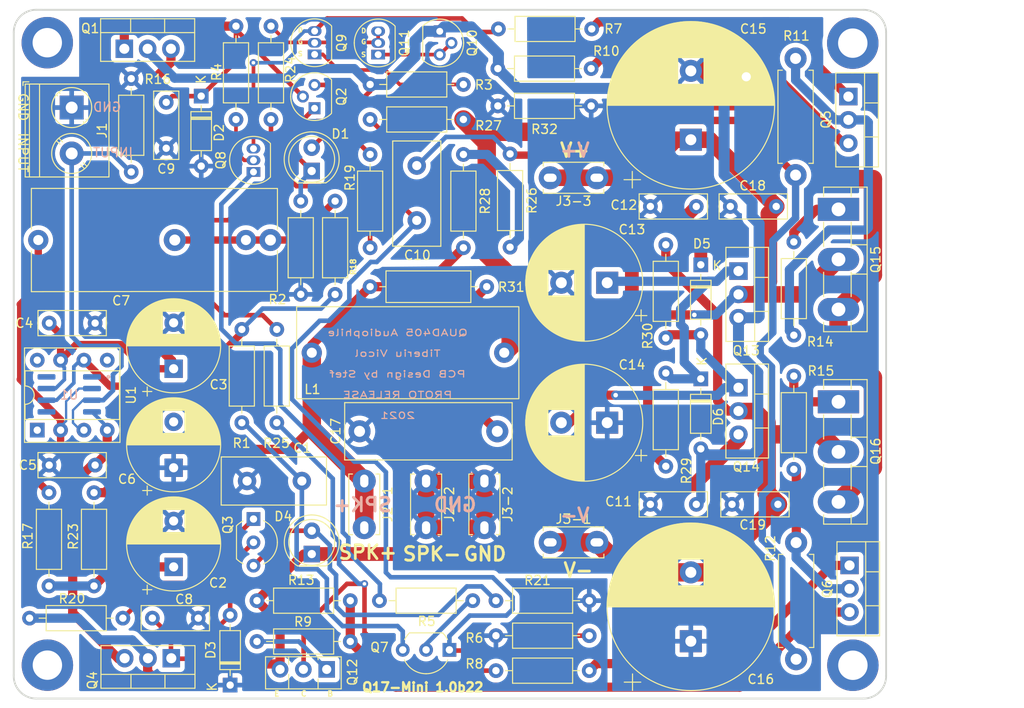
<source format=kicad_pcb>
(kicad_pcb (version 20211014) (generator pcbnew)
  (title_block (title "Q17-Mini the Quad405 reborn") (date "2021-11-17") (rev "1.0b22") (company "PCB design by Stef") (comment 1 "Zize 95 x 75 mm") (comment 2 "NO YET FINISHED - DO NOT PRINT"))
  (layers (0 "F.Cu" signal) (31 "B.Cu" signal) (34 "B.Paste" user) (35 "F.Paste" user) (36 "B.SilkS" user "B.Silkscreen") (37 "F.SilkS" user "F.Silkscreen") (38 "B.Mask" user) (39 "F.Mask" user) (44 "Edge.Cuts" user))
  (net 0 "")
  (net 1 "GND")
  (net 2 "Net-(C1-Pad1)")
  (net 3 "Net-(C2-Pad1)")
  (net 4 "Net-(C3-Pad1)")
  (net 5 "Net-(C5-Pad2)")
  (net 6 "Net-(C7-Pad1)")
  (net 7 "Net-(C7-Pad2)")
  (net 8 "Net-(C8-Pad2)")
  (net 9 "Net-(C9-Pad2)")
  (net 10 "Net-(C10-Pad2)")
  (net 11 "Net-(C10-Pad1)")
  (net 12 "Net-(C11-Pad2)")
  (net 13 "GNDPWR")
  (net 14 "Net-(C12-Pad2)")
  (net 15 "Net-(C13-Pad1)")
  (net 16 "Net-(C14-Pad2)")
  (net 17 "Net-(C15-Pad1)")
  (net 18 "Net-(C16-Pad2)")
  (net 19 "Net-(C17-Pad1)")
  (net 20 "Net-(D1-Pad1)")
  (net 21 "Net-(D4-Pad2)")
  (net 22 "Net-(L1-Pad2)")
  (net 23 "Net-(J2-Pad1)")
  (net 24 "Net-(Q2-Pad1)")
  (net 25 "Net-(Q3-Pad1)")
  (net 26 "Net-(Q8-Pad2)")
  (net 27 "Net-(Q5-Pad3)")
  (net 28 "Net-(Q5-Pad2)")
  (net 29 "Net-(Q5-Pad1)")
  (net 30 "Net-(Q6-Pad3)")
  (net 31 "Net-(Q6-Pad2)")
  (net 32 "Net-(Q6-Pad1)")
  (net 33 "Net-(Q15-Pad1)")
  (net 34 "Net-(Q16-Pad1)")
  (net 35 "Net-(R1-Pad1)")
  (net 36 "Net-(J1-Pad2)")
  (net 37 "Net-(R24-Pad2)")
  (net 38 "Net-(R26-Pad2)")
  (net 39 "Net-(Q8-Pad1)")
  (net 40 "Net-(Q7-Pad2)")
  (net 41 "Net-(Q10-Pad2)")
  (net 42 "Net-(Q9-Pad1)")
  (net 43 "Net-(Q8-Pad3)")
  (net 44 "Net-(Q11-Pad2)")
  (net 45 "Net-(R9-Pad1)")
  (net 46 "Net-(R25-Pad2)")
  (footprint "Package_TO_SOT_THT:TO-220-3_Vertical" (layer "F.Cu") (at 178.73 83.51722 -90)
    (fp_text reference "Q13")
    (fp_text value "FQP3N30")
  )
  (footprint "Connector_Faston:Faston_connector" (layer "F.Cu") (at 158.2296 113.05742 180)
    (fp_text reference "Faston Connector")
    (fp_text value "J3-1")
  )
  (footprint "Resistor_THT:R_Axial_DIN0207_L6.3mm_D2.5mm_P10.16mm_Horizontal" (layer "F.Cu") (at 138.616041 70.81722 -90)
    (fp_text reference "R19")
    (fp_text value "330")
  )
  (footprint "LED_THT:LED_D5.0mm_Clear" (layer "F.Cu") (at 132.266041 114.33242 90)
    (fp_text reference "D4")
    (fp_text value "RED 2V")
  )
  (footprint "Capacitor_THT:CP_Radial_D18.0mm_P7.50mm" (layer "F.Cu") (at 173.541041 123.825 90)
    (fp_text reference "C16")
    (fp_text value "2200uF/63V")
  )
  (footprint "Resistor_THT:R_Axial_DIN0207_L6.3mm_D2.5mm_P10.16mm_Horizontal" (layer "F.Cu") (at 152.527 65.532)
    (fp_text reference "R32")
    (fp_text value "10")
  )
  (footprint "Resistor_THT:R_Axial_DIN0411_L9.9mm_D3.6mm_P12.70mm_Horizontal" (layer "F.Cu") (at 185.006184 125.784919 90)
    (fp_text reference "R12")
    (fp_text value "47R/1W")
  )
  (footprint "Package_TO_SOT_THT:TO-220-3_Vertical" (layer "F.Cu") (at 178.73 96.21722 -90)
    (fp_text reference "Q14")
    (fp_text value "IRF9610")
  )
  (footprint "Capacitor_THT:C_Rect_L7.2mm_W2.5mm_P5.00mm_FKS2_FKP2_MKS2_MKP2" (layer "F.Cu") (at 169.136041 76.48142)
    (fp_text reference "C12")
    (fp_text value "100nF")
  )
  (footprint "Resistor_THT:R_Axial_DIN0207_L6.3mm_D2.5mm_P10.16mm_Horizontal" (layer "F.Cu") (at 162.478769 123.218069 180)
    (fp_text reference "R6")
    (fp_text value "100/0.5W")
  )
  (footprint "MountingHole:MountingHole_3.2mm_M3_DIN965_Pad_TopBottom" (layer "F.Cu") (at 191.18882 126.440889)
    (fp_text reference "H1")
    (fp_text value "MountingHole_3.2mm_M3_DIN965_Pad_TopBottom")
  )
  (footprint "Resistor_THT:R_Axial_DIN0207_L6.3mm_D2.5mm_P10.16mm_Horizontal" (layer "F.Cu") (at 108.552144 117.80722 90)
    (fp_text reference "R23")
    (fp_text value "10K")
  )
  (footprint "Resistor_THT:R_Axial_DIN0207_L6.3mm_D2.5mm_P10.16mm_Horizontal" (layer "F.Cu") (at 152.318769 119.408069)
    (fp_text reference "R21")
    (fp_text value "5k6/1W")
  )
  (footprint "Resistor_THT:R_Axial_DIN0207_L6.3mm_D2.5mm_P10.16mm_Horizontal" (layer "F.Cu") (at 152.318769 127.028069)
    (fp_text reference "R8")
    (fp_text value "120R")
  )
  (footprint "Resistor_THT:R_Axial_DIN0207_L6.3mm_D2.5mm_P10.16mm_Horizontal" (layer "F.Cu") (at 139.632041 119.40742)
    (fp_text reference "R5")
    (fp_text value "10")
  )
  (footprint "Capacitor_THT:C_Rect_L7.2mm_W2.5mm_P5.00mm_FKS2_FKP2_MKS2_MKP2" (layer "F.Cu") (at 169.136041 108.91722)
    (fp_text reference "C11")
    (fp_text value "100nF")
  )
  (footprint "Capacitor_THT:CP_Radial_D10.0mm_P5.00mm" (layer "F.Cu") (at 117.221 104.934897 90)
    (fp_text reference "C6")
    (fp_text value "100uF/16V")
  )
  (footprint "Diode_THT:D_DO-35_SOD27_P7.62mm_Horizontal" (layer "F.Cu") (at 120.225041 64.46722 -90)
    (fp_text reference "D2")
    (fp_text value "1N5248B")
  )
  (footprint "LED_THT:LED_D5.0mm_Clear" (layer "F.Cu") (at 132.2539 72.619806 90)
    (fp_text reference "D1")
    (fp_text value "RED 2V")
  )
  (footprint "Capacitor_THT:C_Rect_L18.0mm_W6.0mm_P15.00mm_FKS3_FKP3" (layer "F.Cu") (at 152.466041 100.965 180)
    (fp_text reference "C17")
    (fp_text value "100nF")
  )
  (footprint "Silver_Mica:C_Mica_L11.4mm_W4.3mm_H9.1_P5.9mm" (layer "F.Cu") (at 131.128153 106.37722 180)
    (fp_text reference "C1")
    (fp_text value "470p")
  )
  (footprint "Diode_THT:D_DO-35_SOD27_P7.62mm_Horizontal" (layer "F.Cu") (at 123.376041 128.60222 90)
    (fp_text reference "D3")
    (fp_text value "1N5248B")
  )
  (footprint "Resistor_THT:R_Axial_DIN0207_L6.3mm_D2.5mm_P10.16mm_Horizontal" (layer "F.Cu") (at 131.063469 75.892706 -90)
    (fp_text reference "R2")
    (fp_text value "5k6/1W")
  )
  (footprint "MountingHole:MountingHole_3.2mm_M3_DIN965_Pad_TopBottom" (layer "F.Cu") (at 103.463294 58.647028 180)
    (fp_text reference "H1")
    (fp_text value "MountingHole")
  )
  (footprint "Capacitor_THT:CP_Radial_D12.5mm_P5.00mm" (layer "F.Cu") (at 164.435 100.02722 180)
    (fp_text reference "C14")
    (fp_text value "220uF/63V")
  )
  (footprint "Diode_THT:D_DO-35_SOD27_P7.62mm_Horizontal" (layer "F.Cu") (at 174.625 95.25 -90)
    (fp_text reference "D6")
    (fp_text value "1N5245B")
  )
  (footprint "Capacitor_THT:CP_Radial_D10.0mm_P5.00mm" (layer "F.Cu") (at 117.221 94.150616 90)
    (fp_text reference "C3")
    (fp_text value "100uF/25V")
  )
  (footprint "Connector_Faston:Faston_connector" (layer "F.Cu") (at 151.062041 106.37722 90)
    (fp_text reference "Faston Connector")
    (fp_text value "J3-2")
  )
  (footprint "Connector_Faston:Faston_connector" (layer "F.Cu") (at 137.981041 111.45722 -90)
    (fp_text reference "Faston Connector")
    (fp_text value "J2-1")
  )
  (footprint "Resistor_THT:R_Axial_DIN0207_L6.3mm_D2.5mm_P10.16mm_Horizontal" (layer "F.Cu") (at 170.815 90.805 90)
    (fp_text reference "R30")
    (fp_text value "10")
  )
  (footprint "Package_TO_SOT_THT:TO-220-3_Vertical" (layer "F.Cu") (at 116.967 125.674 180)
    (fp_text reference "Q4")
    (fp_text value "FQP3P20")
  )
  (footprint "Package_TO_SOT_THT:TO-92_Inline" (layer "F.Cu") (at 132.5756 59.923862 90)
    (fp_text reference "Q9")
    (fp_text value "BS250P")
  )
  (footprint "Resistor_THT:R_Axial_DIN0207_L6.3mm_D2.5mm_P10.16mm_Horizontal" (layer "F.Cu") (at 138.616041 67.00722)
    (fp_text reference "R27")
    (fp_text value "560/1W")
  )
  (footprint "Package_TO_SOT_THT:TO-92_Inline_Wide" (layer "F.Cu") (at 147.252041 124.76242 180)
    (fp_text reference "Q7")
    (fp_text value "KSC1845")
  )
  (footprint "Resistor_THT:R_Axial_DIN0207_L6.3mm_D2.5mm_P10.16mm_Horizontal" (layer "F.Cu") (at 134.806041 75.89722 -90)
    (fp_text reference "R18")
    (fp_text value "22k")
  )
  (footprint "Silver_Mica:C_Mica_L11.4mm_W4.3mm_H9.1_P5.9mm" (layer "F.Cu") (at 143.696041 72.08722 -90)
    (fp_text reference "C10")
    (fp_text value "47pF")
  )
  (footprint "Resistor_THT:R_Axial_DIN0207_L6.3mm_D2.5mm_P10.16mm_Horizontal" (layer "F.Cu") (at 170.815 104.775 90)
    (fp_text reference "R29")
    (fp_text value "10")
  )
  (footprint "Package_TO_SOT_THT:TO-3P-3_Vertical" (layer "F.Cu") (at 189.62 76.79722 -90)
    (fp_text reference "Q15")
    (fp_text value "FQA46N15")
  )
  (footprint "Package_TO_SOT_THT:TO-92_Inline_Wide" (layer "F.Cu") (at 125.916041 110.51742 -90)
    (fp_text reference "Q3")
    (fp_text value "KSC1845")
  )
  (footprint "Package_TO_SOT_THT:TO-3P-3_Vertical" (layer "F.Cu") (at 189.62 97.75222 -90)
    (fp_text reference "Q16")
    (fp_text value "FQA36P15")
  )
  (footprint "Resistor_THT:R_Axial_DIN0207_L6.3mm_D2.5mm_P10.16mm_Horizontal" (layer "F.Cu") (at 148.776041 70.81722 -90)
    (fp_text reference "R28")
    (fp_text value "22/1W")
  )
  (footprint "Capacitor_THT:C_Rect_L29.0mm_W11.0mm_P27.50mm_MKT_special" (layer "F.Cu") (at 102.362 80.137)
    (fp_text reference "C7")
    (fp_text value "1uF")
  )
  (footprint "Capacitor_THT:C_Rect_L7.2mm_W2.5mm_P5.00mm_FKS2_FKP2_MKS2_MKP2" (layer "F.Cu") (at 119.907041 121.31242 180)
    (fp_text reference "C8")
    (fp_text value "100nF")
  )
  (footprint "Resistor_THT:R_Axial_DIN0207_L6.3mm_D2.5mm_P10.16mm_Horizontal" (layer "F.Cu") (at 112.605041 62.56222 -90)
    (fp_text reference "R16")
    (fp_text value "22k")
  )
  (footprint "Capacitor_THT:C_Rect_L7.2mm_W2.5mm_P5.00mm_FKS2_FKP2_MKS2_MKP2" (layer "F.Cu") (at 103.672 104.648)
    (fp_text reference "C5")
    (fp_text value "100nF")
  )
  (footprint "Resistor_THT:R_Axial_DIN0207_L6.3mm_D2.5mm_P10.16mm_Horizontal" (layer "F.Cu") (at 127.821041 56.84722 -90)
    (fp_text reference "R24")
    (fp_text value "10k")
  )
  (footprint "Capacitor_THT:CP_Radial_D12.5mm_P5.00mm" (layer "F.Cu") (at 164.435 84.78722 180)
    (fp_text reference "C13")
    (fp_text value "220uF/63V")
  )
  (footprint "Package_TO_SOT_THT:TO-92" (layer "F.Cu") (at 132.567 65.786 90)
    (fp_text reference "Q2")
    (fp_text value "KSA992")
  )
  (footprint "Capacitor_THT:C_Rect_L7.2mm_W2.5mm_P5.00mm_FKS2_FKP2_MKS2_MKP2" (layer "F.Cu") (at 108.672 89.18142 180)
    (fp_text reference "C4")
    (fp_text value "100nF")
  )
  (footprint "MountingHole:MountingHole_3.2mm_M3_DIN965_Pad_TopBottom" (layer "F.Cu") (at 191.175082 58.697768 180)
    (fp_text reference "H1")
    (fp_text value "MountingHole")
  )
  (footprint "Resistor_THT:R_Axial_DIN0207_L6.3mm_D2.5mm_P10.16mm_Horizontal" (layer "F.Cu") (at 124.011041 56.84722 -90)
    (fp_text reference "R4")
    (fp_text value "100")
  )
  (footprint "Resistor_THT:R_Axial_DIN0207_L6.3mm_D2.5mm_P10.16mm_Horizontal" (layer "F.Cu") (at 126.297041 123.85242)
    (fp_text reference "R9")
    (fp_text value "100R")
  )
  (footprint "Resistor_THT:R_Axial_DIN0309_L9.0mm_D3.2mm_P12.70mm_Horizontal" (layer "F.Cu") (at 138.616041 85.217)
    (fp_text reference "R31")
    (fp_text value "10/2W")
  )
  (footprint "Capacitor_THT:C_Rect_L7.2mm_W2.5mm_P5.00mm_FKS2_FKP2_MKS2_MKP2" (layer "F.Cu") (at 116.415041 70.14222 90)
    (fp_text reference "C9")
    (fp_text value "100nF")
  )
  (footprint "Resistor_THT:R_Axial_DIN0207_L6.3mm_D2.5mm_P10.16mm_Horizontal" (layer "F.Cu") (at 124.646041 89.86722 -90)
    (fp_text reference "R1")
    (fp_text value "2k7")
  )
  (footprint "Package_TO_SOT_THT:TO-220-3_Vertical" (layer "F.Cu") (at 190.825 115.57 -90)
    (fp_text reference "Q6")
    (fp_text value "FQP3N30")
  )
  (footprint "Inductor_THT:L_Axial_L22mm_D10mm_P21mm_Horizontal_Q17_Mini" (layer "F.Cu") (at 132.266041 92.40722)
    (fp_text reference "L1")
    (fp_text value "1u2")
  )
  (footprint "Connector_Faston:Faston_connector" (layer "F.Cu") (at 144.712041 106.37722 90)
    (fp_text reference "Faston Connector")
    (fp_text value "J2-2")
  )
  (footprint "Resistor_THT:R_Axial_DIN0207_L6.3mm_D2.5mm_P10.16mm_Horizontal" (layer "F.Cu") (at 153.856041 70.75722 -90)
    (fp_text reference "R26")
    (fp_text value "22/1W")
  )
  (footprint "Resistor_THT:R_Axial_DIN0207_L6.3mm_D2.5mm_P10.16mm_Horizontal" (layer "F.Cu") (at 101.532041 121.31242)
    (fp_text reference "R20")
    (fp_text value "330")
  )
  (footprint "Resistor_THT:R_Axial_DIN0207_L6.3mm_D2.5mm_P10.16mm_Horizontal" (layer "F.Cu") (at 184.755729 90.50222 90)
    (fp_text reference "R14")
    (fp_text value "330R")
  )
  (footprint "Resistor_THT:R_Axial_DIN0207_L6.3mm_D2.5mm_P10.16mm_Horizontal" (layer "F.Cu") (at 184.755 105.10722 90)
    (fp_text reference "R15")
    (fp_text value "330R")
  )
  (footprint "Package_TO_SOT_THT:TO-220-3_Vertical" (layer "F.Cu") (at 190.698 64.516 -90)
    (fp_text reference "Q5")
    (fp_text value "FQP3P20")
  )
  (footprint "Resistor_THT:R_Axial_DIN0207_L6.3mm_D2.5mm_P10.16mm_Horizontal" (layer "F.Cu") (at 152.586041 57.15)
    (fp_text reference "R7")
    (fp_text value "100R")
  )
  (footprint "Package_TO_SOT_THT:TO-92" (layer "F.Cu") (at 146.198621 57.40713 -90)
    (fp_text reference "Q10")
    (fp_text value "KSA992")
  )
  (footprint "Resistor_THT:R_Axial_DIN0207_L6.3mm_D2.5mm_P10.16mm_Horizontal" (layer "F.Cu") (at 136.457041 119.40742 180)
    (fp_text reference "R13")
    (fp_text value "10R")
  )
  (footprint "Resistor_THT:R_Axial_DIN0207_L6.3mm_D2.5mm_P10.16mm_Horizontal" (layer "F.Cu") (at 128.456041 89.86722 -90)
    (fp_text reference "R25")
    (fp_text value "7k5")
  )
  (footprint "Capacitor_THT:CP_Radial_D18.0mm_P7.50mm" (layer "F.Cu") (at 173.541041 69.215 90)
    (fp_text reference "C15")
    (fp_text value "2200uF/63V")
  )
  (footprint "Resistor_THT:R_Axial_DIN0207_L6.3mm_D2.5mm_P10.16mm_Horizontal" (layer "F.Cu") (at 152.527 61.468)
    (fp_text reference "R10")
    (fp_text value "10R")
  )
  (footprint "MountingHole:MountingHole_3.2mm_M3_DIN965_Pad_TopBottom" (layer "F.Cu") (at 103.475185 126.428054 180)
    (fp_text reference "H1")
    (fp_text value "MountingHole")
  )
  (footprint "Package_TO_SOT_THT:TO-92_Inline" (layer "F.Cu") (at 125.916041 72.72222 90)
    (fp_text reference "Q8")
    (fp_text value "2N7000")
  )
  (footprint "Package_TO_SOT_THT:TO-220-3_Vertical" (layer "F.Cu") (at 111.851041 59.309)
    (fp_text reference "Q1")
    (fp_text value "FQP3N30")
  )
  (footprint "Resistor_THT:R_Axial_DIN0207_L6.3mm_D2.5mm_P10.16mm_Horizontal" (layer "F.Cu") (at 138.616041 63.19722)
    (fp_text reference "R3")
    (fp_text value "150R")
  )
  (footprint "Resistor_THT:R_Axial_DIN0411_L9.9mm_D3.6mm_P12.70mm_Horizontal" (layer "F.Cu") (at 184.947045 60.364603 -90)
    (fp_text reference "R11")
    (fp_text value "47R/1W")
  )
  (footprint "Capacitor_THT:C_Rect_L7.2mm_W2.5mm_P5.00mm_FKS2_FKP2_MKS2_MKP2" (layer "F.Cu") (at 183.026041 108.91722 180)
    (fp_text reference "C19")
    (fp_text value "100nF")
  )
  (footprint "TerminalBlock_Phoenix:TerminalBlock_Phoenix_PT-1,5-2-5.0-H_1x02_P5.00mm_Horizontal" (layer "F.Cu") (at 106.120041 65.71079 -90)
    (fp_text reference "J1")
    (fp_text value "Input")
  )
  (footprint "Capacitor_THT:CP_Radial_D10.0mm_P5.00mm" (layer "F.Cu") (at 117.221 115.729897 90)
    (fp_text reference "C2")
    (fp_text value "100uF/16V")
  )
  (footprint "Package_TO_SOT_THT:TO-92_Inline" (layer "F.Cu") (at 139.492667 59.944 90)
    (fp_text reference "Q11")
    (fp_text value "BS250P")
  )
  (footprint "Package_DIP:DIP-8_W7.62mm_Socket" (layer "F.Cu") (at 102.372 100.838 90)
    (fp_text reference "U1")
    (fp_text value "OPA1641")
  )
  (footprint "Diode_THT:D_DO-35_SOD27_P7.62mm_Horizontal" (layer "F.Cu") (at 174.625 82.83142 -90)
    (fp_text reference "D5")
    (fp_text value "1N5245B")
  )
  (footprint "Connector_Faston:Faston_connector" (layer "F.Cu") (at 158.2296 73.35722 180)
    (fp_text reference "Faston Connector")
    (fp_text value "J3-3")
  )
  (footprint "Resistor_THT:R_Axial_DIN0207_L6.3mm_D2.5mm_P10.16mm_Horizontal" (layer "F.Cu") (at 103.646719 117.80722 90)
    (fp_text reference "R17")
    (fp_text value "3k3")
  )
  (footprint "Capacitor_THT:C_Rect_L7.2mm_W2.5mm_P5.00mm_FKS2_FKP2_MKS2_MKP2" (layer "F.Cu") (at 177.84 76.48142)
    (fp_text reference "C18")
    (fp_text value "100nF")
  )
  (footprint "Package_TO_SOT_THT:TO-126-3_Vertical" (layer "F.Cu") (at 133.890604 126.88827 180)
    (fp_text reference "Q12")
    (fp_text value "BD139")
  )
  (footprint "Package_SO:SOIC-8_3.9x4.9mm_P1.27mm" (layer "B.Cu") (at 105.854717 96.943097 180)
    (fp_text reference "U1")
    (fp_text value "OPA1641")
  )
  (gr_line (start 194.806412 57.518381) (end 194.806634 127.615543) (layer "Edge.Cuts") (width 0.2))
  (gr_arc (start 99.811698 57.512454) (mid 100.529286 55.780043) (end 102.261697 55.062455) (layer "Edge.Cuts") (width 0.2))
  (gr_arc (start 194.806634 127.615543) (mid 194.089046 129.347954) (end 192.356635 130.065542) (layer "Edge.Cuts") (width 0.2))
  (gr_arc (start 192.366412 55.068383) (mid 194.092356 55.789502) (end 194.806412 57.518381) (layer "Edge.Cuts") (width 0.2))
  (gr_line (start 102.261697 55.062455) (end 192.366412 55.068383) (layer "Edge.Cuts") (width 0.2))
  (gr_arc (start 102.258328 130.064239) (mid 100.495701 129.315898) (end 99.80985 127.528029) (layer "Edge.Cuts") (width 0.2))
  (gr_line (start 102.258328 130.064239) (end 192.356635 130.065542) (layer "Edge.Cuts") (width 0.2))
  (gr_line (start 99.811698 57.512454) (end 99.80985 127.528029) (layer "Edge.Cuts") (width 0.2))
  (gr_text "GND" (at 147.877574 108.966) (layer "B.SilkS") (effects (font (size 1.5 1.5) (thickness 0.3)) (justify mirror)))
  (gr_text "V+" (at 160.909 70.358) (layer "B.SilkS") (effects (font (size 1.5 1.5) (thickness 0.3)) (justify mirror)))
  (gr_text "°" (at 110.518876 95.038016 -270) (layer "B.SilkS") (effects (font (size 1 1))))
  (gr_text "V-" (at 160.909 110.109) (layer "B.SilkS") (effects (font (size 1.5 1.5) (thickness 0.3)) (justify mirror)))
  (gr_text "QUAD405 Audiophile\n\nTiberiu Vicol\n\nPCB Design by Stef\n\nPROTO RELEASE\n\n2021\n" (at 141.605 94.742) (layer "B.SilkS") (effects (font (size 0.7 1) (thickness 0.125)) (justify mirror)))
  (gr_text "GND" (at 109.982 65.659) (layer "B.SilkS") (effects (font (size 1 1)) (justify mirror)))
  (gr_text "INPUT" (at 110.617 70.612) (layer "B.SilkS") (effects (font (size 1 1)) (justify mirror)))
  (gr_text "SPK+" (at 137.795 108.966) (layer "B.SilkS") (effects (font (size 1.5 1.5) (thickness 0.3)) (justify mirror)))
  (gr_text "V+" (at 160.909 70.358) (layer "F.SilkS") (effects (font (size 1.5 1.5) (thickness 0.3))))
  (gr_text "SPK-" (at 145.349222 114.32742) (layer "F.SilkS") (effects (font (size 1.5 1.5) (thickness 0.3))))
  (gr_text "G" (at 137.913762 58.547) (layer "F.SilkS") (effects (font (size 0.5 0.5) (thickness 0.125))))
  (gr_text "D" (at 131.021738 57.272749) (layer "F.SilkS") (effects (font (size 0.5 0.5) (thickness 0.125))))
  (gr_text "INPUT" (at 100.824794 70.612 -90) (layer "F.SilkS") (effects (font (size 1 1))))
  (gr_text "S" (at 137.901857 59.944) (layer "F.SilkS") (effects (font (size 0.5 0.5) (thickness 0.125))))
  (gr_text "D" (at 137.913762 57.3532) (layer "F.SilkS") (effects (font (size 0.5 0.5) (thickness 0.125))))
  (gr_text "B" (at 134.270974 129.54) (layer "F.SilkS") (effects (font (size 0.6 0.6) (thickness 0.125))))
  (gr_text "SPK+" (at 138.362041 114.142897) (layer "F.SilkS") (effects (font (size 1.5 1.5) (thickness 0.3))))
  (gr_text "E" (at 128.45644 129.54) (layer "F.SilkS") (effects (font (size 0.6 0.6) (thickness 0.125))))
  (gr_text "G" (at 131.021738 58.542749) (layer "F.SilkS") (effects (font (size 0.5 0.5) (thickness 0.125))))
  (gr_text "V-" (at 161.29 116.078) (layer "F.SilkS") (effects (font (size 1.5 1.5) (thickness 0.3))))
  (gr_text "GND" (at 100.824794 65.659 -90) (layer "F.SilkS") (effects (font (size 1 1))))
  (gr_text "S" (at 131.009833 59.863549) (layer "F.SilkS") (effects (font (size 0.5 0.5) (thickness 0.125))))
  (gr_text "Q17-Mini 1.0b22" (at 144.355041 128.83975) (layer "F.SilkS") (effects (font (size 1 1) (thickness 0.25))))
  (gr_text "C" (at 131.393419 129.54) (layer "F.SilkS") (effects (font (size 0.6 0.6) (thickness 0.125))))
  (gr_text "GND" (at 151.13 114.32742) (layer "F.SilkS") (effects (font (size 1.5 1.5) (thickness 0.3))))
  (segment (start 103.604041 104.370701) (end 103.604041 104.713681) (width 0.25) (layer "B.Cu") (net 1))
  (segment (start 108.702804 89.150616) (end 108.672 89.18142) (width 0.5) (layer "B.Cu") (net 1))
  (segment (start 132.872931 115.981931) (end 133.90801 117.01701) (width 0.5) (layer "B.Cu") (net 2))
  (segment (start 142.172041 122.741041) (end 142.172041 124.76242) (width 0.5) (layer "B.Cu") (net 2))
  (segment (start 131.185517 110.540182) (end 131.185517 106.376933) (width 0.5) (layer "B.Cu") (net 2))
  (segment (start 133.90801 117.01701) (end 133.908011 120.463265) (width 0.5) (layer "B.Cu") (net 2))
  (segment (start 130.61653 115.981931) (end 132.872931 115.981931) (width 0.5) (layer "B.Cu") (net 2))
  (segment (start 130.61653 111.109169) (end 130.61653 115.981931) (width 0.5) (layer "B.Cu") (net 2))
  (segment (start 124.835804 100.02722) (end 124.646041 100.02722) (width 0.5) (layer "B.Cu") (net 2))
  (segment (start 141.605 122.174) (end 142.172041 122.741041) (width 0.5) (layer "B.Cu") (net 2))
  (segment (start 133.908011 120.463265) (end 135.618746 122.174) (width 0.5) (layer "B.Cu") (net 2))
  (segment (start 131.185517 106.376933) (end 124.835804 100.02722) (width 0.5) (layer "B.Cu") (net 2))
  (segment (start 130.61653 111.109169) (end 131.185517 110.540182) (width 0.5) (layer "B.Cu") (net 2))
  (segment (start 135.618746 122.174) (end 141.605 122.174) (width 0.5) (layer "B.Cu") (net 2))
  (segment (start 110.629467 115.729897) (end 108.552144 117.80722) (width 1) (layer "F.Cu") (net 3))
  (segment (start 117.221 115.729897) (end 110.629467 115.729897) (width 1) (layer "F.Cu") (net 3))
  (segment (start 103.646719 117.80722) (end 108.552144 117.80722) (width 1) (layer "B.Cu") (net 3))
  (segment (start 114.404552 63.307603) (end 116.931041 60.781114) (width 1) (layer "F.Cu") (net 4))
  (segment (start 113.665 89.916) (end 113.665 79.131912) (width 1) (layer "F.Cu") (net 4))
  (segment (start 104.912 93.218) (end 104.912 90.42142) (width 0.8) (layer "F.Cu") (net 4))
  (segment (start 117.026041 93.277041) (end 113.665 89.916) (width 1) (layer "F.Cu") (net 4))
  (segment (start 117.026041 94.150616) (end 117.026041 93.277041) (width 1) (layer "F.Cu") (net 4))
  (segment (start 117.026041 94.139897) (end 117.03676 94.150616) (width 0.8) (layer "F.Cu") (net 4))
  (segment (start 106.611511 91.518489) (end 104.912 93.218) (width 0.8) (layer "F.Cu") (net 4))
  (segment (start 117.221 94.150616) (end 114.089616 94.150616) (width 0.8) (layer "F.Cu") (net 4))
  (segment (start 113.665 79.131912) (end 114.404552 78.39236) (width 1) (layer "F.Cu") (net 4))
  (segment (start 104.912 90.42142) (end 103.672 89.18142) (width 0.8) (layer "F.Cu") (net 4))
  (segment (start 114.089616 94.150616) (end 111.457489 91.518489) (width 0.8) (layer "F.Cu") (net 4))
  (segment (start 114.404552 78.39236) (end 114.404552 63.307603) (width 1) (layer "F.Cu") (net 4))
  (segment (start 111.457489 91.518489) (end 106.611511 91.518489) (width 0.8) (layer "F.Cu") (net 4))
  (segment (start 116.931041 60.781114) (end 116.931041 59.309) (width 1) (layer "F.Cu") (net 4))
  (segment (start 104.354716 96.308097) (end 105.320999 95.341814) (width 0.4) (layer "B.Cu") (net 4))
  (segment (start 105.320999 95.341814) (end 105.320999 94.017999) (width 0.4) (layer "B.Cu") (net 4))
  (segment (start 105.320999 94.017999) (end 104.521 93.218) (width 0.4) (layer "B.Cu") (net 4))
  (segment (start 109.992 103.328) (end 109.992 100.838) (width 1) (layer "F.Cu") (net 5))
  (segment (start 106.231041 106.743701) (end 108.326742 104.648) (width 1) (layer "F.Cu") (net 5))
  (segment (start 108.672 104.648) (end 109.992 103.328) (width 1) (layer "F.Cu") (net 5))
  (segment (start 106.231041 120.740987) (end 106.231041 106.743701) (width 1) (layer "F.Cu") (net 5))
  (segment (start 111.220054 125.73) (end 106.231041 120.740987) (width 1) (layer "F.Cu") (net 5))
  (segment (start 108.326742 104.648) (end 108.672 104.648) (width 1) (layer "F.Cu") (net 5))
  (segment (start 111.851041 125.73) (end 111.220054 125.73) (width 1) (layer "F.Cu") (net 5))
  (segment (start 109.601 100.11938) (end 109.601 100.838) (width 0.25) (layer "B.Cu") (net 5))
  (segment (start 108.329717 98.848097) (end 109.601 100.11938) (width 0.4) (layer "B.Cu") (net 5))
  (segment (start 103.646719 107.64722) (end 101.972489 105.97299) (width 0.8) (layer "F.Cu") (net 6))
  (segment (start 102.968038 102.948489) (end 104.188511 102.948489) (width 0.8) (layer "F.Cu") (net 6))
  (segment (start 104.188511 102.948489) (end 104.912 102.225) (width 0.8) (layer "F.Cu") (net 6))
  (segment (start 102.482 85.183461) (end 100.516041 87.14942) (width 0.8) (layer "F.Cu") (net 6))
  (segment (start 100.516041 87.14942) (end 100.516041 95.309041) (width 0.7) (layer "F.Cu") (net 6))
  (segment (start 104.912 99.705) (end 100.516041 95.309041) (width 0.8) (layer "F.Cu") (net 6))
  (segment (start 101.972489 103.944038) (end 102.968038 102.948489) (width 0.8) (layer "F.Cu") (net 6))
  (segment (start 102.482 80.137) (end 102.482 85.183461) (width 0.8) (layer "F.Cu") (net 6))
  (segment (start 101.972489 105.97299) (end 101.972489 103.944038) (width 0.8) (layer "F.Cu") (net 6))
  (segment (start 104.912 102.225) (end 104.912 99.705) (width 0.8) (layer "F.Cu") (net 6))
  (segment (start 104.521 100.838) (end 105.511481 99.847519) (width 0.25) (layer "B.Cu") (net 6))
  (segment (start 105.511481 99.847519) (end 105.511481 97.708611) (width 0.25) (layer "B.Cu") (net 6))
  (segment (start 106.911995 96.308097) (end 108.329717 96.308097) (width 0.25) (layer "B.Cu") (net 6))
  (segment (start 105.511481 97.708611) (end 106.911995 96.308097) (width 0.25) (layer "B.Cu") (net 6))
  (segment (start 127.762 80.137) (end 117.348 80.137) (width 0.8) (layer "F.Cu") (net 7))
  (segment (start 127.762 80.137) (end 130.566261 80.137) (width 0.8) (layer "F.Cu") (net 7))
  (segment (start 130.566261 80.137) (end 134.806041 75.89722) (width 0.8) (layer "F.Cu") (net 7))
  (segment (start 116.931041 125.73) (end 118.628261 125.73) (width 0.5) (layer "F.Cu") (net 8))
  (segment (start 116.931041 123.33642) (end 116.931041 125.73) (width 0.5) (layer "F.Cu") (net 8))
  (segment (start 123.376041 115.59742) (end 125.916041 113.05742) (width 0.5) (layer "F.Cu") (net 8))
  (segment (start 118.628261 125.73) (end 123.376041 120.98222) (width 0.5) (layer "F.Cu") (net 8))
  (segment (start 123.376041 120.98222) (end 123.376041 115.59742) (width 0.5) (layer "F.Cu") (net 8))
  (segment (start 114.907041 121.31242) (end 116.931041 123.33642) (width 0.5) (layer "F.Cu") (net 8))
  (segment (start 124.011041 57.230041) (end 124.011041 56.84722) (width 0.5) (layer "F.Cu") (net 9))
  (segment (start 124.011041 56.84722) (end 124.011041 60.68122) (width 0.5) (layer "F.Cu") (net 9))
  (segment (start 120.225041 64.46722) (end 117.090041 64.46722) (width 0.5) (layer "F.Cu") (net 9))
  (segment (start 112.5096 56.84722) (end 124.011041 56.84722) (width 1) (layer "F.Cu") (net 9))
  (segment (start 124.011041 60.68122) (end 120.225041 64.46722) (width 0.5) (layer "F.Cu") (net 9))
  (segment (start 131.297 64.516) (end 124.011041 57.230041) (width 0.5) (layer "F.Cu") (net 9))
  (segment (start 111.851041 57.505779) (end 111.851041 59.06222) (width 1) (layer "F.Cu") (net 9))
  (segment (start 111.851041 57.505779) (end 112.5096 56.84722) (width 1) (layer "F.Cu") (net 9))
  (segment (start 117.090041 64.46722) (end 116.415041 65.14222) (width 0.5) (layer "F.Cu") (net 9))
  (segment (start 138.616041 67.00722) (end 141.478 69.869179) (width 0.5) (layer "F.Cu") (net 10))
  (segment (start 154.813 124.841) (end 156.435931 123.218069) (width 0.5) (layer "F.Cu") (net 10))
  (segment (start 156.435931 123.218069) (end 162.478769 123.218069) (width 0.5) (layer "F.Cu") (net 10))
  (segment (start 141.478 75.781102) (end 143.695754 77.998856) (width 0.5) (layer "F.Cu") (net 10))
  (segment (start 147.330621 124.841) (end 154.813 124.841) (width 0.5) (layer "F.Cu") (net 10))
  (segment (start 141.478 69.869179) (end 141.478 75.781102) (width 0.5) (layer "F.Cu") (net 10))
  (segment (start 138.684 82.526731) (end 139.342269 82.526731) (width 0.5) (layer "B.Cu") (net 10))
  (segment (start 143.695754 78.173246) (end 143.695754 77.998856) (width 0.5) (layer "B.Cu") (net 10))
  (segment (start 130.107041 91.950615) (end 133.130236 88.92742) (width 0.5) (layer "B.Cu") (net 10))
  (segment (start 140.335 105.41) (end 139.192 104.267) (width 0.5) (layer "B.Cu") (net 10))
  (segment (start 130.107041 97.468041) (end 130.107041 91.950615) (width 0.5) (layer "B.Cu") (net 10))
  (segment (start 136.906 104.267) (end 130.107041 97.468041) (width 0.5) (layer "B.Cu") (net 10))
  (segment (start 136.355552 84.855179) (end 138.684 82.526731) (width 0.5) (layer "B.Cu") (net 10))
  (segment (start 136.355552 86.69905) (end 136.355552 84.855179) (width 0.5) (layer "B.Cu") (net 10))
  (segment (start 151.96043 116.858389) (end 140.861389 116.858389) (width 0.5) (layer "B.Cu") (net 10))
  (segment (start 133.130236 88.92742) (end 134.127182 88.92742) (width 0.5) (layer "B.Cu") (net 10))
  (segment (start 147.252041 123.257959) (end 149.479 121.031) (width 0.5) (layer "B.Cu") (net 10))
  (segment (start 149.479 121.031) (end 153.458602 121.031) (width 0.5) (layer "B.Cu") (net 10))
  (segment (start 139.192 104.267) (end 136.906 104.267) (width 0.5) (layer "B.Cu") (net 10))
  (segment (start 139.342269 82.526731) (end 143.695754 78.173246) (width 0.5) (layer "B.Cu") (net 10))
  (segment (start 147.252041 124.76242) (end 147.252041 123.257959) (width 0.5) (layer "B.Cu") (net 10))
  (segment (start 134.127182 88.92742) (end 136.355552 86.69905) (width 0.5) (layer "B.Cu") (net 10))
  (segment (start 154.135552 120.35405) (end 154.135552 119.033511) (width 0.5) (layer "B.Cu") (net 10))
  (segment (start 140.335 116.332) (end 140.335 105.41) (width 0.5) (layer "B.Cu") (net 10))
  (segment (start 153.458602 121.031) (end 154.135552 120.35405) (width 0.5) (layer "B.Cu") (net 10))
  (segment (start 154.135552 119.033511) (end 151.96043 116.858389) (width 0.5) (layer "B.Cu") (net 10))
  (segment (start 140.861389 116.858389) (end 140.335 116.332) (width 0.5) (layer "B.Cu") (net 10))
  (segment (start 153.992241 70.89342) (end 166.4846 70.89342) (width 0.8) (layer "F.Cu") (net 11))
  (segment (start 170.262531 67.115489) (end 178.997931 67.115489) (width 0.8) (layer "F.Cu") (net 11))
  (segment (start 153.856041 70.75722) (end 153.992241 70.89342) (width 0.5) (layer "F.Cu") (net 11))
  (segment (start 166.4846 70.89342) (end 170.262531 67.115489) (width 0.8) (layer "F.Cu") (net 11))
  (segment (start 178.997931 67.115489) (end 184.947045 73.064603) (width 0.8) (layer "F.Cu") (net 11))
  (segment (start 181.32653 112.74653) (end 181.32653 107.930416) (width 0.8) (layer "B.Cu") (net 11))
  (segment (start 182.47452 80.219956) (end 184.947045 77.747431) (width 0.8) (layer "B.Cu") (net 11))
  (segment (start 184.947045 77.747431) (end 184.947045 73.064603) (width 0.8) (layer "B.Cu") (net 11))
  (segment (start 146.871041 68.91222) (end 152.011041 68.91222) (width 0.5) (layer "B.Cu") (net 11))
  (segment (start 181.102 92.716737) (end 181.102 91.567) (width 0.8) (layer "B.Cu") (net 11))
  (segment (start 185.606041 125.75742) (end 183.447041 123.59842) (width 0.8) (layer "B.Cu") (net 11))
  (segment (start 143.696041 72.08722) (end 146.871041 68.91222) (width 0.5) (layer "B.Cu") (net 11))
  (segment (start 182.329031 93.943768) (end 181.102 92.716737) (width 0.8) (layer "B.Cu") (net 11))
  (segment (start 183.447041 114.867041) (end 181.32653 112.74653) (width 0.8) (layer "B.Cu") (net 11))
  (segment (start 183.447041 123.59842) (end 183.447041 114.867041) (width 0.8) (layer "B.Cu") (net 11))
  (segment (start 181.102 91.567) (end 182.47452 90.19448) (width 0.8) (layer "B.Cu") (net 11))
  (segment (start 182.47452 90.19448) (end 182.47452 80.219956) (width 0.8) (layer "B.Cu") (net 11))
  (segment (start 152.011041 68.91222) (end 153.856041 70.75722) (width 0.5) (layer "B.Cu") (net 11))
  (segment (start 181.32653 107.930416) (end 182.329031 106.927915) (width 0.8) (layer "B.Cu") (net 11))
  (segment (start 182.329031 106.927915) (end 182.329031 93.943768) (width 0.8) (layer "B.Cu") (net 11))
  (segment (start 138.616041 63.92905) (end 138.616041 63.19722) (width 0.5) (layer "F.Cu") (net 12))
  (segment (start 136.6396 68.840779) (end 138.616041 70.81722) (width 0.5) (layer "F.Cu") (net 12))
  (segment (start 136.6396 65.905491) (end 138.616041 63.92905) (width 0.5) (layer "F.Cu") (net 12))
  (segment (start 136.6396 68.840779) (end 136.6396 65.905491) (width 0.5) (layer "F.Cu") (net 12))
  (segment (start 133.492927 68.840779) (end 132.2539 70.079806) (width 0.5) (layer "F.Cu") (net 12))
  (segment (start 136.6396 68.840779) (end 133.492927 68.840779) (width 0.5) (layer "F.Cu") (net 12))
  (segment (start 144.52287 57.40713) (end 146.198621 57.40713) (width 1.2) (layer "B.Cu") (net 12))
  (segment (start 170.688 58.42) (end 165.481 63.627) (width 1.2) (layer "B.Cu") (net 12))
  (segment (start 140.474348 63.19722) (end 143.51 60.161568) (width 1.2) (layer "B.Cu") (net 12))
  (segment (start 146.678132 56.927619) (end 149.637619 56.927619) (width 1.2) (layer "B.Cu") (net 12))
  (segment (start 180.213 77.597) (end 180.213 76.026672) (width 1.2) (layer "B.Cu") (net 12))
  (segment (start 138.616041 63.19722) (end 140.474348 63.19722) (width 1.2) (layer "B.Cu") (net 12))
  (segment (start 180.829511 94.56489) (end 178.73 92.465379) (width 1.2) (layer "B.Cu") (net 12))
  (segment (start 130.623811 61.468) (end 129.580391 62.51142) (width 1) (layer "B.Cu") (net 12))
  (segment (start 174.625 102.87) (end 174.625 108.428261) (width 1) (layer "B.Cu") (net 12))
  (segment (start 177.165 72.978672) (end 177.165 60.739937) (width 1.2) (layer "B.Cu") (net 12))
  (segment (start 180.975 88.45722) (end 180.975 78.359) (width 1.2) (layer "B.Cu") (net 12))
  (segment (start 177.165 60.739937) (end 174.845063 58.42) (width 1.2) (layer "B.Cu") (net 12))
  (segment (start 129.580391 62.51142) (end 117.325388 62.51142) (width 1) (layer "B.Cu") (net 12))
  (segment (start 180.213 76.026672) (end 177.165 72.978672) (width 1.2) (layer "B.Cu") (net 12))
  (segment (start 174.625 102.87) (end 175.28742 103.53242) (width 1.2) (layer "B.Cu") (net 12))
  (segment (start 180.829511 102.97495) (end 180.829511 94.56489) (width 1.2) (layer "B.Cu") (net 12))
  (segment (start 174.625 108.428261) (end 174.136041 108.91722) (width 1) (layer "B.Cu") (net 12))
  (segment (start 178.73 92.465379) (end 178.73 88.59722) (width 1.2) (layer "B.Cu") (net 12))
  (segment (start 165.481 63.627) (end 154.686 63.627) (width 1.2) (layer "B.Cu") (net 12))
  (segment (start 136.886821 61.468) (end 130.623811 61.468) (width 1) (layer "B.Cu") (net 12))
  (segment (start 149.637619 56.927619) (end 152.586041 59.876041) (width 1.2) (layer "B.Cu") (net 12))
  (segment (start 143.51 58.42) (end 144.52287 57.40713) (width 1.2) (layer "B.Cu") (net 12))
  (segment (start 178.73 88.59722) (end 180.835 88.59722) (width 1.2) (layer "B.Cu") (net 12))
  (segment (start 175.28742 103.53242) (end 180.272041 103.53242) (width 1.2) (layer "B.Cu") (net 12))
  (segment (start 117.325388 62.51142) (end 114.391041 59.577073) (width 1) (layer "B.Cu") (net 12))
  (segment (start 180.975 78.359) (end 180.213 77.597) (width 1.2) (layer "B.Cu") (net 12))
  (segment (start 180.835 88.59722) (end 180.975 88.45722) (width 1.2) (layer "B.Cu") (net 12))
  (segment (start 114.391041 59.577073) (end 114.391041 59.309) (width 1) (layer "B.Cu") (net 12))
  (segment (start 152.586041 59.876041) (end 152.586041 61.29222) (width 1.2) (layer "B.Cu") (net 12))
  (segment (start 180.272041 103.53242) (end 180.829511 102.97495) (width 1.2) (layer "B.Cu") (net 12))
  (segment (start 138.616041 63.19722) (end 136.886821 61.468) (width 1) (layer "B.Cu") (net 12))
  (segment (start 174.845063 58.42) (end 170.688 58.42) (width 1.2) (layer "B.Cu") (net 12))
  (segment (start 146.198621 57.40713) (end 146.678132 56.927619) (width 1.2) (layer "B.Cu") (net 12))
  (segment (start 143.51 60.161568) (end 143.51 58.42) (width 1.2) (layer "B.Cu") (net 12))
  (segment (start 154.686 63.627) (end 152.527 61.468) (width 1.2) (layer "B.Cu") (net 12))
  (segment (start 144.712041 111.45722) (end 151.062041 111.45722) (width 1.8) (layer "F.Cu") (net 13))
  (segment (start 179.578 62.357) (end 178.936 61.715) (width 2) (layer "F.Cu") (net 13))
  (segment (start 151.062041 106.37722) (end 151.062041 111.45722) (width 1.8) (layer "F.Cu") (net 13))
  (segment (start 144.712041 106.37722) (end 151.062041 106.37722) (width 1.8) (layer "F.Cu") (net 13))
  (segment (start 144.712041 106.37722) (end 144.712041 111.45722) (width 1.8) (layer "F.Cu") (net 13))
  (segment (start 178.936 61.715) (end 173.541041 61.715) (width 2) (layer "F.Cu") (net 13))
  (via (at 179.578 62.357) (size 2) (drill 1) (layers "F.Cu" "B.Cu") (net 13))
  (segment (start 128.222084 126.29975) (end 128.810604 126.88827) (width 1) (layer "F.Cu") (net 14))
  (segment (start 132.266041 114.33242) (end 132.271041 114.32742) (width 1.5) (layer "F.Cu") (net 14))
  (segment (start 131.372041 114.33242) (end 132.266041 114.33242) (width 0.25) (layer "F.Cu") (net 14))
  (segment (start 174.625 80.905201) (end 174.625 82.83142) (width 1.4) (layer "F.Cu") (net 14))
  (segment (start 156.015041 98.57942) (end 155.9436 98.57942) (width 1.5) (layer "F.Cu") (net 14))
  (segment (start 114.391041 125.73) (end 114.391041 127.141522) (width 1) (layer "F.Cu") (net 14))
  (segment (start 174.136041 76.48142) (end 172.104041 78.51342) (width 1.4) (layer "F.Cu") (net 14))
  (segment (start 170.066 78.51342) (end 172.104041 78.51342) (width 1.4) (layer "F.Cu") (net 14))
  (segment (start 167.1196 81.45982) (end 167.1196 87.474861) (width 1.5) (layer "F.Cu") (net 14))
  (segment (start 167.7292 80.85022) (end 167.1196 81.45982) (width 1.5) (layer "F.Cu") (net 14))
  (segment (start 128.810604 121.920983) (end 126.297041 119.40742) (width 1) (layer "F.Cu") (net 14))
  (segment (start 126.297041 119.40742) (end 131.372041 114.33242) (width 1) (layer "F.Cu") (net 14))
  (segment (start 155.9436 109.445861) (end 155.9436 107.0734) (width 1.5) (layer "F.Cu") (net 14))
  (segment (start 167.1196 87.474861) (end 156.015041 98.57942) (width 1.5) (layer "F.Cu") (net 14))
  (segment (start 114.391041 127.141522) (end 115.292939 128.04342) (width 1) (layer "F.Cu") (net 14))
  (segment (start 172.51153 78.791731) (end 174.625 80.905201) (width 1.4) (layer "F.Cu") (net 14))
  (segment (start 128.810604 126.88827) (end 128.810604 121.920983) (width 1) (layer "F.Cu") (net 14))
  (segment (start 122.130041 126.29975) (end 128.222084 126.29975) (width 1) (layer "F.Cu") (net 14))
  (segment (start 120.386371 128.04342) (end 122.130041 126.29975) (width 1) (layer "F.Cu") (net 14))
  (segment (start 155.9436 111.350861) (end 155.9436 109.445861) (width 1.5) (layer "F.Cu") (net 14))
  (segment (start 115.292939 128.04342) (end 120.386371 128.04342) (width 1) (layer "F.Cu") (net 14))
  (segment (start 167.7292 80.85022) (end 170.066 78.51342) (width 1.4) (layer "F.Cu") (net 14))
  (segment (start 155.9436 107.0734) (end 155.9436 98.83342) (width 1.5) (layer "F.Cu") (net 14))
  (segment (start 178.73 101.29722) (end 178.73 101.94) (width 1.5) (layer "F.Cu") (net 14))
  (segment (start 173.802291 106.867709) (end 156.149291 106.867709) (width 1.5) (layer "F.Cu") (net 14))
  (segment (start 156.149291 106.867709) (end 155.9436 107.0734) (width 1.5) (layer "F.Cu") (net 14))
  (segment (start 178.73 101.94) (end 173.802291 106.867709) (width 1.5) (layer "F.Cu") (net 14))
  (segment (start 132.271041 114.32742) (end 152.967041 114.32742) (width 1.5) (layer "F.Cu") (net 14))
  (segment (start 152.967041 114.32742) (end 155.9436 111.350861) (width 1.5) (layer "F.Cu") (net 14))
  (segment (start 114.427 125.405927) (end 114.427 125.674) (width 1) (layer "B.Cu") (net 14))
  (segment (start 109.19648 123.67448) (end 112.695553 123.67448) (width 1) (layer "B.Cu") (net 14))
  (segment (start 101.532041 121.31242) (end 106.83442 121.31242) (width 1) (layer "B.Cu") (net 14))
  (segment (start 112.695553 123.67448) (end 114.427 125.405927) (width 1) (layer "B.Cu") (net 14))
  (segment (start 106.83442 121.31242) (end 109.19648 123.67448) (width 1) (layer "B.Cu") (net 14))
  (segment (start 175.462889 84.630931) (end 176.343689 84.630931) (width 1) (layer "B.Cu") (net 15))
  (segment (start 164.591289 84.630931) (end 176.343689 84.630931) (width 1) (layer "B.Cu") (net 15))
  (segment (start 174.625 95.25) (end 172.825489 93.450489) (width 1) (layer "B.Cu") (net 15))
  (segment (start 176.343689 84.630931) (end 177.4574 83.51722) (width 1) (layer "B.Cu") (net 15))
  (segment (start 177.4574 83.51722) (end 178.73 83.51722) (width 1) (layer "B.Cu") (net 15))
  (segment (start 172.422521 89.3329) (end 172.422521 87.671299) (width 1) (layer "B.Cu") (net 15))
  (segment (start 174.625 95.25) (end 171.45 95.25) (width 1) (layer "B.Cu") (net 15))
  (segment (start 164.435 84.78722) (end 164.591289 84.630931) (width 1) (layer "B.Cu") (net 15))
  (segment (start 172.422521 87.671299) (end 175.462889 84.630931) (width 1) (layer "B.Cu") (net 15))
  (segment (start 172.825489 93.450489) (end 172.825489 89.735868) (width 1) (layer "B.Cu") (net 15))
  (segment (start 172.825489 89.735868) (end 172.422521 89.3329) (width 1) (layer "B.Cu") (net 15))
  (segment (start 171.45 95.25) (end 170.815 94.615) (width 1) (layer "B.Cu") (net 15))
  (segment (start 174.625 90.45142) (end 171.16858 90.45142) (width 1) (layer "F.Cu") (net 16))
  (segment (start 160.3378 100.02722) (end 159.435 100.02722) (width 1) (layer "F.Cu") (net 16))
  (segment (start 165.354 97.028) (end 163.33702 97.028) (width 1) (layer "F.Cu") (net 16))
  (segment (start 163.33702 97.028) (end 160.3378 100.02722) (width 1) (layer "F.Cu") (net 16))
  (segment (start 171.16858 90.45142) (end 170.815 90.805) (width 1) (layer "F.Cu") (net 16))
  (via (at 165.354 97.028) (size 1) (drill 0.5) (layers "F.Cu" "B.Cu") (net 16))
  (segment (start 165.375511 97.049511) (end 176.424511 97.049511) (width 1) (layer "B.Cu") (net 16))
  (segment (start 178.671841 96.21722) (end 178.73 96.21722) (width 1) (layer "B.Cu") (net 16))
  (segment (start 177.256802 96.21722) (end 178.73 96.21722) (width 1) (layer "B.Cu") (net 16))
  (segment (start 174.625 90.45142) (end 174.625 92.170379) (width 1) (layer "B.Cu") (net 16))
  (segment (start 174.625 92.170379) (end 178.671841 96.21722) (width 1) (layer "B.Cu") (net 16))
  (segment (start 176.424511 97.049511) (end 177.256802 96.21722) (width 1) (layer "B.Cu") (net 16))
  (segment (start 175.57358 69.215) (end 182.84 76.48142) (width 1.8) (layer "F.Cu") (net 17))
  (segment (start 166.9418 73.35722) (end 167.5514 73.35722) (width 0.25) (layer "F.Cu") (net 17))
  (segment (start 182.84 76.48142) (end 182.040001 77.281419) (width 1.8) (layer "F.Cu") (net 17))
  (segment (start 185.81 86.05722) (end 189.62 82.24722) (width 1.8) (layer "F.Cu") (net 17))
  (segment (start 168.842041 90.233065) (end 168.842041 102.802041) (width 1) (layer "F.Cu") (net 17))
  (segment (start 182.040001 77.281419) (end 182.040001 84.659999) (width 1.8) (layer "F.Cu") (net 17))
  (segment (start 182.040001 84.659999) (end 180.64278 86.05722) (width 1.8) (layer "F.Cu") (net 17))
  (segment (start 178.73 86.05722) (end 185.81 86.05722) (width 1.8) (layer "F.Cu") (net 17))
  (segment (start 173.922041 88.29242) (end 170.782686 88.29242) (width 1) (layer "F.Cu") (net 17))
  (segment (start 158.2296 73.35722) (end 167.5514 73.35722) (width 1.8) (layer "F.Cu") (net 17))
  (segment (start 168.842041 102.802041) (end 170.815 104.775) (width 1) (layer "F.Cu") (net 17))
  (segment (start 180.64278 86.05722) (end 178.73 86.05722) (width 1.8) (layer "F.Cu") (net 17))
  (segment (start 173.541041 69.215) (end 175.57358 69.215) (width 1.8) (layer "F.Cu") (net 17))
  (segment (start 171.84602 69.215) (end 173.541041 69.215) (width 1.8) (layer "F.Cu") (net 17))
  (segment (start 167.7038 73.35722) (end 171.84602 69.215) (width 1.8) (layer "F.Cu") (net 17))
  (segment (start 170.782686 88.29242) (end 168.842041 90.233065) (width 1) (layer "F.Cu") (net 17))
  (segment (start 166.9418 73.35722) (end 167.7038 73.35722) (width 1.8) (layer "F.Cu") (net 17))
  (via (at 173.922041 88.29242) (size 1) (drill 0.5) (layers "F.Cu" "B.Cu") (net 17))
  (segment (start 178.461927 86.05722) (end 178.73 86.05722) (width 1) (layer "B.Cu") (net 17))
  (segment (start 173.922041 88.29242) (end 176.226727 88.29242) (width 1) (layer "B.Cu") (net 17))
  (segment (start 176.226727 88.29242) (end 178.461927 86.05722) (width 1) (layer "B.Cu") (net 17))
  (segment (start 170.815 82.620442) (end 170.815 80.645) (width 1) (layer "F.Cu") (net 18))
  (segment (start 173.541041 116.325) (end 175.618261 116.325) (width 2) (layer "F.Cu") (net 18))
  (segment (start 179.256041 98.75722) (end 178.73 98.75722) (width 0.25) (layer "F.Cu") (net 18))
  (segment (start 176.462041 88.267483) (end 170.815 82.620442) (width 1) (layer "F.Cu") (net 18))
  (segment (start 181.796041 100.02722) (end 180.526041 98.75722) (width 1.8) (layer "F.Cu") (net 18))
  (segment (start 176.462041 97.644261) (end 176.462041 88.267483) (width 1) (layer "F.Cu") (net 18))
  (segment (start 181.796041 101.29722) (end 187.715 101.29722) (width 2) (layer "F.Cu") (net 18))
  (segment (start 180.526041 98.75722) (end 179.256041 98.75722) (width 1.8) (layer "F.Cu") (net 18))
  (segment (start 178.73 98.75722) (end 177.575 98.75722) (width 1) (layer "F.Cu") (net 18))
  (segment (start 166.57718 116.325) (end 173.541041 116.325) (width 2) (layer "F.Cu") (net 18))
  (segment (start 177.575 98.75722) (end 176.462041 97.644261) (width 1) (layer "F.Cu") (net 18))
  (segment (start 183.026041 108.91722) (end 181.796041 107.68722) (width 2) (layer "F.Cu") (net 18))
  (segment (start 158.2296 113.05742) (end 163.3096 113.05742) (width 2) (layer "F.Cu") (net 18))
  (segment (start 163.3096 113.05742) (end 166.57718 116.325) (width 2) (layer "F.Cu") (net 18))
  (segment (start 187.715 101.29722) (end 189.62 103.20222) (width 2) (layer "F.Cu") (net 18))
  (segment (start 181.796041 101.29722) (end 181.796041 100.02722) (width 2) (layer "F.Cu") (net 18))
  (segment (start 181.796041 107.68722) (end 181.796041 101.29722) (width 2) (layer "F.Cu") (net 18))
  (segment (start 175.618261 116.325) (end 183.026041 108.91722) (width 2) (layer "F.Cu") (net 18))
  (segment (start 150.368 86.165041) (end 150.368 98.866959) (width 1) (layer "F.Cu") (net 19))
  (segment (start 151.316041 85.217) (end 150.368 86.165041) (width 1) (layer "F.Cu") (net 19))
  (segment (start 150.368 98.866959) (end 152.466041 100.965) (width 1) (layer "F.Cu") (net 19))
  (segment (start 133.731 63.246) (end 132.567 63.246) (width 0.5) (layer "F.Cu") (net 20))
  (segment (start 134.239 67.056) (end 134.239 63.754) (width 0.5) (layer "F.Cu") (net 20))
  (segment (start 132.2539 72.619806) (end 130.604389 70.970295) (width 0.5) (layer "F.Cu") (net 20))
  (segment (start 134.239 63.754) (end 133.731 63.246) (width 0.5) (layer "F.Cu") (net 20))
  (segment (start 130.604389 69.396555) (end 132.815433 67.185511) (width 0.5) (layer "F.Cu") (net 20))
  (segment (start 134.109489 67.185511) (end 134.239 67.056) (width 0.5) (layer "F.Cu") (net 20))
  (segment (start 132.815433 67.185511) (end 134.109489 67.185511) (width 0.5) (layer "F.Cu") (net 20))
  (segment (start 130.604389 70.970295) (end 130.604389 69.396555) (width 0.5) (layer "F.Cu") (net 20))
  (segment (start 131.063469 73.810237) (end 132.2539 72.619806) (width 0.5) (layer "B.Cu") (net 20))
  (segment (start 131.063469 75.892706) (end 131.063469 73.810237) (width 0.5) (layer "B.Cu") (net 20))
  (segment (start 132.266041 111.79242) (end 129.721041 111.79242) (width 0.5) (layer "F.Cu") (net 21))
  (segment (start 129.721041 111.79242) (end 125.916041 115.59742) (width 0.5) (layer "F.Cu") (net 21))
  (segment (start 146.051189 120.956931) (end 149.150211 117.857909) (width 0.5) (layer "B.Cu") (net 21))
  (segment (start 134.907531 120.049251) (end 135.815211 120.956931) (width 0.5) (layer "B.Cu") (net 21))
  (segment (start 149.150211 117.857909) (end 150.768609 117.857909) (width 0.5) (layer "B.Cu") (net 21))
  (segment (start 132.266041 111.79242) (end 132.652041 111.79242) (width 0.5) (layer "B.Cu") (net 21))
  (segment (start 135.815211 120.956931) (end 146.051189 120.956931) (width 0.5) (layer "B.Cu") (net 21))
  (segment (start 132.652041 111.79242) (end 134.239 113.379379) (width 0.5) (layer "B.Cu") (net 21))
  (segment (start 134.907531 116.602997) (end 134.907531 120.049251) (width 0.5) (layer "B.Cu") (net 21))
  (segment (start 134.239 113.379379) (end 134.239 115.934466) (width 0.5) (layer "B.Cu") (net 21))
  (segment (start 150.768609 117.857909) (end 152.318769 119.408069) (width 0.5) (layer "B.Cu") (net 21))
  (segment (start 134.239 115.934466) (end 134.907531 116.602997) (width 0.5) (layer "B.Cu") (net 21))
  (segment (start 148.776041 67.00722) (end 151.316041 69.54722) (width 2) (layer "F.Cu") (net 22))
  (segment (start 193.369511 95.122179) (end 193.369511 104.902709) (width 2) (layer "F.Cu") (net 22))
  (segment (start 193.369511 104.902709) (end 189.62 108.65222) (width 2) (layer "F.Cu") (net 22))
  (segment (start 189.62 87.69722) (end 193.369511 83.947709) (width 2) (layer "F.Cu") (net 22))
  (segment (start 151.316041 81.629221) (end 152.903551 83.216731) (width 2) (layer "F.Cu") (net 22))
  (segment (start 153.924 84.201) (end 153.924 91.704261) (width 2) (layer "F.Cu") (net 22))
  (segment (start 165.2146 68.35342) (end 150.122241 68.35342) (width 2) (layer "F.Cu") (net 22))
  (segment (start 189.62 87.69722) (end 189.62 91.372668) (width 2) (layer "F.Cu") (net 22))
  (segment (start 189.62 91.372668) (end 193.369511 95.122179) (width 2) (layer "F.Cu") (net 22))
  (segment (start 151.316041 69.54722) (end 151.316041 81.629221) (width 2) (layer "F.Cu") (net 22))
  (segment (start 168.54402 65.024) (end 165.2146 68.35342) (width 2) (layer "F.Cu") (net 22))
  (segment (start 150.122241 68.35342) (end 149.666521 67.8977) (width 2) (layer "F.Cu") (net 22))
  (segment (start 153.924 91.704261) (end 153.221041 92.40722) (width 2) (layer "F.Cu") (net 22))
  (segment (start 193.369511 73.50069) (end 189.32469 73.50069) (width 2) (layer "F.Cu") (net 22))
  (segment (start 189.32469 73.50069) (end 180.848 65.024) (width 2) (layer "F.Cu") (net 22))
  (segment (start 180.848 65.024) (end 168.54402 65.024) (width 2) (layer "F.Cu") (net 22))
  (segment (start 148.776041 67.00722) (end 149.666521 67.8977) (width 1.8) (layer "F.Cu") (net 22))
  (segment (start 193.369511 83.947709) (end 193.369511 73.50069) (width 2) (layer "F.Cu") (net 22))
  (segment (start 152.939731 83.216731) (end 153.924 84.201) (width 2) (layer "F.Cu") (net 22))
  (segment (start 152.903551 83.216731) (end 152.939731 83.216731) (width 2) (layer "F.Cu") (net 22))
  (segment (start 137.981041 106.37722) (end 132.266041 100.66222) (width 2) (layer "F.Cu") (net 23))
  (segment (start 137.981041 106.37722) (end 137.981041 111.45722) (width 2) (layer "F.Cu") (net 23))
  (segment (start 144.536261 85.217) (end 148.776041 80.97722) (width 1) (layer "F.Cu") (net 23))
  (segment (start 138.616041 85.217) (end 144.536261 85.217) (width 1) (layer "F.Cu") (net 23))
  (segment (start 109.728 107.64722) (end 108.552144 107.64722) (width 1) (layer "F.Cu") (net 23))
  (segment (start 132.266041 92.40722) (end 132.266041 91.567) (width 1) (layer "F.Cu") (net 23))
  (segment (start 114.439834 102.935386) (end 129.992875 102.935386) (width 1) (layer "F.Cu") (net 23))
  (segment (start 132.266041 100.66222) (end 132.266041 92.40722) (width 2) (layer "F.Cu") (net 23))
  (segment (start 109.728 107.64722) (end 114.439834 102.935386) (width 1) (layer "F.Cu") (net 23))
  (segment (start 129.992875 102.935386) (end 132.266041 100.66222) (width 1) (layer "F.Cu") (net 23))
  (segment (start 132.266041 91.567) (end 138.616041 85.217) (width 1) (layer "F.Cu") (net 23))
  (segment (start 138.616041 80.97722) (end 138.616041 75.89722) (width 0.5) (layer "F.Cu") (net 24))
  (segment (start 136.988138 74.269317) (end 130.604389 74.269317) (width 0.5) (layer "F.Cu") (net 24))
  (segment (start 130.604389 74.269317) (end 129.54 73.204928) (width 0.5) (layer "F.Cu") (net 24))
  (segment (start 138.616041 75.89722) (end 136.988138 74.269317) (width 0.5) (layer "F.Cu") (net 24))
  (segment (start 129.54 68.813) (end 132.567 65.786) (width 0.5) (layer "F.Cu") (net 24))
  (segment (start 129.54 73.204928) (end 129.54 68.813) (width 0.5) (layer "F.Cu") (net 24))
  (segment (start 115.525053 117.479408) (end 111.692041 121.31242) (width 0.5) (layer "F.Cu") (net 25))
  (segment (start 125.916041 110.51742) (end 118.954053 117.479408) (width 0.5) (layer "F.Cu") (net 25))
  (segment (start 118.954053 117.479408) (end 115.525053 117.479408) (width 0.5) (layer "F.Cu") (net 25))
  (segment (start 124.011041 70.54722) (end 124.916041 71.45222) (width 0.4) (layer "F.Cu") (net 26))
  (segment (start 124.916041 71.45222) (end 125.916041 71.45222) (width 0.4) (layer "F.Cu") (net 26))
  (segment (start 124.011041 67.00722) (end 124.011041 70.54722) (width 0.4) (layer "F.Cu") (net 26))
  (segment (start 190.119 69.596) (end 180.038489 59.515489) (width 1) (layer "F.Cu") (net 27))
  (segment (start 190.698 69.596) (end 190.119 69.596) (width 0.25) (layer "F.Cu") (net 27))
  (segment (start 164.639511 59.515489) (end 162.687 61.468) (width 1) (layer "F.Cu") (net 27))
  (segment (start 180.038489 59.515489) (end 164.639511 59.515489) (width 1) (layer "F.Cu") (net 27))
  (segment (start 184.717041 90.463532) (end 184.277 90.023491) (width 1) (layer "B.Cu") (net 28))
  (segment (start 192.615041 79.046731) (end 192.869511 78.792261) (width 1) (layer "B.Cu") (net 28))
  (segment (start 190.698 67.056) (end 189.286478 67.056) (width 1) (layer "B.Cu") (net 28))
  (segment (start 192.869511 67.322511) (end 192.603 67.056) (width 1) (layer "B.Cu") (net 28))
  (segment (start 184.277 83.365843) (end 188.596112 79.046731) (width 1) (layer "B.Cu") (net 28))
  (segment (start 184.947045 62.716567) (end 184.947045 60.364603) (width 1) (layer "B.Cu") (net 28))
  (segment (start 188.596112 79.046731) (end 192.615041 79.046731) (width 1) (layer "B.Cu") (net 28))
  (segment (start 184.277 90.023491) (end 184.277 83.365843) (width 1) (layer "B.Cu") (net 28))
  (segment (start 189.286478 67.056) (end 184.947045 62.716567) (width 1) (layer "B.Cu") (net 28))
  (segment (start 192.869511 78.792261) (end 192.869511 67.322511) (width 1) (layer "B.Cu") (net 28))
  (segment (start 192.603 67.056) (end 190.698 67.056) (width 1) (layer "B.Cu") (net 28))
  (segment (start 162.746041 57.15) (end 163.508041 56.388) (width 1) (layer "F.Cu") (net 29))
  (segment (start 187.375571 61.193571) (end 190.698 64.516) (width 1) (layer "F.Cu") (net 29))
  (segment (start 163.508041 56.388) (end 184.15 56.388) (width 1) (layer "F.Cu") (net 29))
  (segment (start 187.375571 59.613571) (end 187.375571 61.193571) (width 1) (layer "F.Cu") (net 29))
  (segment (start 184.15 56.388) (end 187.375571 59.613571) (width 1) (layer "F.Cu") (net 29))
  (segment (start 187.030524 120.65) (end 190.825 120.65) (width 1) (layer "F.Cu") (net 30))
  (segment (start 136.457041 119.40742) (end 136.457041 123.85242) (width 1) (layer "F.Cu") (net 30))
  (segment (start 141.432201 128.82758) (end 178.852944 128.82758) (width 1) (layer "F.Cu") (net 30))
  (segment (start 136.457041 123.85242) (end 141.432201 128.82758) (width 1) (layer "F.Cu") (net 30))
  (segment (start 178.852944 128.82758) (end 187.030524 120.65) (width 1) (layer "F.Cu") (net 30))
  (segment (start 185.025561 105.377781) (end 185.025561 113.065542) (width 1) (layer "F.Cu") (net 31))
  (segment (start 184.755 105.10722) (end 185.025561 105.377781) (width 1) (layer "F.Cu") (net 31))
  (segment (start 185.006184 113.084919) (end 185.006184 114.775184) (width 1) (layer "B.Cu") (net 31))
  (segment (start 188.341 118.11) (end 190.825 118.11) (width 1) (layer "B.Cu") (net 31))
  (segment (start 185.006184 114.775184) (end 188.341 118.11) (width 1) (layer "B.Cu") (net 31))
  (segment (start 178.206958 126.26542) (end 163.241418 126.26542) (width 1) (layer "F.Cu") (net 32))
  (segment (start 163.241418 126.26542) (end 162.478769 127.028069) (width 1) (layer "F.Cu") (net 32))
  (segment (start 178.206958 126.26542) (end 188.902378 115.57) (width 1) (layer "F.Cu") (net 32))
  (segment (start 188.902378 115.57) (end 190.825 115.57) (width 1) (layer "F.Cu") (net 32))
  (segment (start 184.755729 79.287532) (end 184.755729 80.34222) (width 1) (layer "F.Cu") (net 33))
  (segment (start 189.62 76.79722) (end 187.246041 76.79722) (width 1) (layer "F.Cu") (net 33))
  (segment (start 187.246041 76.79722) (end 184.755729 79.287532) (width 1) (layer "F.Cu") (net 33))
  (segment (start 189.62 97.75222) (end 185.871041 97.75222) (width 1) (layer "F.Cu") (net 34))
  (segment (start 185.871041 97.75222) (end 184.755 96.636179) (width 1) (layer "F.Cu") (net 34))
  (segment (start 184.755 96.636179) (end 184.755 94.94722) (width 1) (layer "F.Cu") (net 34))
  (segment (start 118.833873 96.050127) (end 124.646041 90.237959) (width 0.8) (layer "F.Cu") (net 35))
  (segment (start 110.284127 96.050127) (end 118.833873 96.050127) (width 0.8) (layer "F.Cu") (net 35))
  (segment (start 107.452 93.218) (end 110.284127 96.050127) (width 0.8) (layer "F.Cu") (net 35))
  (segment (start 124.646041 90.237959) (end 124.646041 89.86722) (width 0.8) (layer "F.Cu") (net 35))
  (segment (start 104.473595 97.578097) (end 106.353276 95.698416) (width 0.4) (layer "B.Cu") (net 35))
  (segment (start 103.379717 97.578097) (end 104.473595 97.578097) (width 0.4) (layer "B.Cu") (net 35))
  (segment (start 106.353276 93.925724) (end 107.061 93.218) (width 0.4) (layer "B.Cu") (net 35))
  (segment (start 106.353276 95.698416) (end 106.353276 93.925724) (width 0.4) (layer "B.Cu") (net 35))
  (segment (start 133.261044 87.602217) (end 126.911044 87.602217) (width 0.5) (layer "B.Cu") (net 35))
  (segment (start 133.261044 87.602217) (end 134.806041 86.05722) (width 0.5) (layer "B.Cu") (net 35))
  (segment (start 126.911044 87.602217) (end 124.646041 89.86722) (width 0.5) (layer "B.Cu") (net 35))
  (segment (start 110.617 94.784341) (end 111.541511 93.85983) (width 0.5) (layer "B.Cu") (net 36))
  (segment (start 111.099489 91.668489) (end 107.18378 91.668489) (width 0.5) (layer "B.Cu") (net 36))
  (segment (start 107.354718 97.578097) (end 108.329717 97.578097) (width 0.25) (layer "B.Cu") (net 36))
  (segment (start 110.617 96.52) (end 110.617 94.784341) (width 0.5) (layer "B.Cu") (net 36))
  (segment (start 109.304716 97.578097) (end 109.558903 97.578097) (width 0.5) (layer "B.Cu") (net 36))
  (segment (start 106.261001 100.038001) (end 106.261001 98.671814) (width 0.25) (layer "B.Cu") (net 36))
  (segment (start 111.541511 93.85983) (end 111.541511 92.110511) (width 0.5) (layer "B.Cu") (net 36))
  (segment (start 110.51865 70.71079) (end 112.53008 72.72222) (width 0.5) (layer "B.Cu") (net 36))
  (segment (start 107.18378 91.668489) (end 106.120041 90.60475) (width 0.5) (layer "B.Cu") (net 36))
  (segment (start 109.558903 97.578097) (end 110.617 96.52) (width 0.5) (layer "B.Cu") (net 36))
  (segment (start 106.120041 70.71079) (end 110.51865 70.71079) (width 0.5) (layer "B.Cu") (net 36))
  (segment (start 106.120041 90.60475) (end 106.120041 70.71079) (width 0.5) (layer "B.Cu") (net 36))
  (segment (start 107.061 100.838) (end 106.261001 100.038001) (width 0.25) (layer "B.Cu") (net 36))
  (segment (start 106.261001 98.671814) (end 107.354718 97.578097) (width 0.25) (layer "B.Cu") (net 36))
  (segment (start 111.541511 92.110511) (end 111.099489 91.668489) (width 0.5) (layer "B.Cu") (net 36))
  (segment (start 115.398489 79.165511) (end 116.586 77.978) (width 0.5) (layer "F.Cu") (net 37))
  (segment (start 122.771683 88.317709) (end 126.90653 88.317709) (width 0.5) (layer "F.Cu") (net 37))
  (segment (start 115.398489 79.165511) (end 115.398489 80.944515) (width 0.5) (layer "F.Cu") (net 37))
  (segment (start 115.398489 80.944515) (end 122.771683 88.317709) (width 0.5) (layer "F.Cu") (net 37))
  (segment (start 116.586 77.978) (end 123.19 77.978) (width 0.5) (layer "F.Cu") (net 37))
  (segment (start 127.821041 73.346959) (end 127.821041 67.00722) (width 0.5) (layer "F.Cu") (net 37))
  (segment (start 126.90653 88.317709) (end 128.456041 89.86722) (width 0.5) (layer "F.Cu") (net 37))
  (segment (start 123.19 77.978) (end 127.821041 73.346959) (width 0.5) (layer "F.Cu") (net 37))
  (segment (start 148.776041 70.81722) (end 151.366841 70.81722) (width 1) (layer "B.Cu") (net 38))
  (segment (start 154.872041 74.32242) (end 154.872041 79.90122) (width 1) (layer "B.Cu") (net 38))
  (segment (start 154.872041 79.90122) (end 153.856041 80.91722) (width 1) (layer "B.Cu") (net 38))
  (segment (start 151.366841 70.81722) (end 154.872041 74.32242) (width 1) (layer "B.Cu") (net 38))
  (segment (start 139.683052 119.356409) (end 139.632041 119.40742) (width 0.5) (layer "B.Cu") (net 39))
  (segment (start 135.636 104.902) (end 135.636 111.949311) (width 0.5) (layer "B.Cu") (net 39))
  (segment (start 122.41553 89.82805) (end 124.004211 91.416731) (width 0.5) (layer "B.Cu") (net 39))
  (segment (start 122.41553 76.227251) (end 122.41553 89.82805) (width 0.5) (layer "B.Cu") (net 39))
  (segment (start 124.004211 91.416731) (end 128.151352 91.416731) (width 0.5) (layer "B.Cu") (net 39))
  (segment (start 128.837041 92.10242) (end 128.837041 98.103041) (width 0.5) (layer "B.Cu") (net 39))
  (segment (start 136.23804 114.14004) (end 139.683052 117.585052) (width 0.5) (layer "B.Cu") (net 39))
  (segment (start 136.23804 112.551351) (end 136.23804 114.14004) (width 0.5) (layer "B.Cu") (net 39))
  (segment (start 128.837041 98.103041) (end 135.636 104.902) (width 0.5) (layer "B.Cu") (net 39))
  (segment (start 139.683052 117.585052) (end 139.683052 119.356409) (width 0.5) (layer "B.Cu") (net 39))
  (segment (start 135.636 111.949311) (end 136.23804 112.551351) (width 0.5) (layer "B.Cu") (net 39))
  (segment (start 125.916041 72.72674) (end 122.41553 76.227251) (width 0.5) (layer "B.Cu") (net 39))
  (segment (start 128.151352 91.416731) (end 128.837041 92.10242) (width 0.5) (layer "B.Cu") (net 39))
  (segment (start 144.712041 124.146959) (end 144.712041 124.76242) (width 0.5) (layer "B.Cu") (net 40))
  (segment (start 149.792041 119.40742) (end 149.45158 119.40742) (width 0.5) (layer "B.Cu") (net 40))
  (segment (start 149.45158 119.40742) (end 144.712041 124.146959) (width 0.5) (layer "B.Cu") (net 40))
  (segment (start 146.195491 59.944) (end 146.198621 59.94713) (width 0.25) (layer "F.Cu") (net 41))
  (segment (start 139.492667 59.944) (end 146.195491 59.944) (width 0.4) (layer "F.Cu") (net 41))
  (segment (start 146.198621 59.94713) (end 147.468621 58.67713) (width 0.4) (layer "F.Cu") (net 41))
  (segment (start 140.267041 61.62242) (end 135.15542 61.62242) (width 0.4) (layer "F.Cu") (net 42))
  (segment (start 141.841841 63.19722) (end 140.267041 61.62242) (width 0.4) (layer "F.Cu") (net 42))
  (segment (start 133.461382 59.928382) (end 132.5756 59.928382) (width 0.4) (layer "F.Cu") (net 42))
  (segment (start 135.15542 61.62242) (end 133.461382 59.928382) (width 0.4) (layer "F.Cu") (net 42))
  (segment (start 148.776041 63.19722) (end 141.841841 63.19722) (width 0.4) (layer "F.Cu") (net 42))
  (segment (start 148.626508 56.007619) (end 133.947323 56.007619) (width 0.5) (layer "F.Cu") (net 43))
  (segment (start 133.947323 56.007619) (end 132.5756 57.379342) (width 0.5) (layer "F.Cu") (net 43))
  (segment (start 152.586041 57.48222) (end 150.101109 57.48222) (width 0.5) (layer "F.Cu") (net 43))
  (segment (start 125.916041 70.18222) (end 125.916041 60.837999) (width 0.4) (layer "F.Cu") (net 43))
  (segment (start 150.101109 57.48222) (end 148.626508 56.007619) (width 0.5) (layer "F.Cu") (net 43))
  (segment (start 125.916041 60.837999) (end 125.909024 60.830982) (width 0.25) (layer "F.Cu") (net 43))
  (via (at 125.909024 60.830982) (size 0.8) (drill 0.4) (layers "F.Cu" "B.Cu") (net 43))
  (segment (start 130.429 58.42) (end 130.429 59.69) (width 0.4) (layer "B.Cu") (net 43))
  (segment (start 130.429 59.69) (end 129.288018 60.830982) (width 0.4) (layer "B.Cu") (net 43))
  (segment (start 132.5756 57.383862) (end 131.465138 57.383862) (width 0.4) (layer "B.Cu") (net 43))
  (segment (start 131.465138 57.383862) (end 130.429 58.42) (width 0.4) (layer "B.Cu") (net 43))
  (segment (start 129.288018 60.830982) (end 125.909024 60.830982) (width 0.4) (layer "B.Cu") (net 43))
  (segment (start 129.59054 58.616719) (end 139.435386 58.616719) (width 0.4) (layer "F.Cu") (net 44))
  (segment (start 139.492667 58.674) (end 139.492667 57.404) (width 0.4) (layer "F.Cu") (net 44))
  (segment (start 139.435386 58.616719) (end 139.492667 58.674) (width 0.4) (layer "F.Cu") (net 44))
  (segment (start 127.821041 56.84722) (end 129.59054 58.616719) (width 0.4) (layer "F.Cu") (net 44))
  (segment (start 126.297041 123.85242) (end 130.854754 123.85242) (width 0.5) (layer "B.Cu") (net 45))
  (segment (start 130.854754 123.85242) (end 133.890604 126.88827) (width 0.5) (layer "B.Cu") (net 45))
  (segment (start 138.006552 117.58132) (end 138.006552 122.861931) (width 0.5) (layer "F.Cu") (net 46))
  (segment (start 131.377041 122.296079) (end 131.377041 126.861833) (width 0.5) (layer "F.Cu") (net 46))
  (segment (start 138.006552 122.861931) (end 142.17269 127.028069) (width 0.5) (layer "F.Cu") (net 46))
  (segment (start 137.999323 117.574091) (end 138.006552 117.58132) (width 0.5) (layer "F.Cu") (net 46))
  (segment (start 142.17269 127.028069) (end 152.318769 127.028069) (width 0.5) (layer "F.Cu") (net 46))
  (segment (start 137.999323 117.574091) (end 136.099029 117.574091) (width 0.5) (layer "F.Cu") (net 46))
  (segment (start 136.099029 117.574091) (end 131.377041 122.296079) (width 0.5) (layer "F.Cu") (net 46))
  (via (at 137.999323 117.574091) (size 0.8) (drill 0.4) (layers "F.Cu" "B.Cu") (net 46))
  (segment (start 135.23852 112.965365) (end 135.23852 115.42652) (width 0.5) (layer "B.Cu") (net 46))
  (segment (start 134.552041 106.12322) (end 134.552041 112.278886) (width 0.5) (layer "B.Cu") (net 46))
  (segment (start 128.456041 100.02722) (end 134.552041 106.12322) (width 0.5) (layer "B.Cu") (net 46))
  (segment (start 138.014955 117.558459) (end 137.999323 117.574091) (width 0.25) (layer "B.Cu") (net 46))
  (segment (start 137.370459 117.558459) (end 138.014955 117.558459) (width 0.5) (layer "B.Cu") (net 46))
  (segment (start 135.23852 115.42652) (end 137.370459 117.558459) (width 0.5) (layer "B.Cu") (net 46))
  (segment (start 134.552041 112.278886) (end 135.23852 112.965365) (width 0.5) (layer "B.Cu") (net 46))
  (zone (net 13) (net_name "GNDPWR") (layer "B.Cu") (connect_pads (clearance 0.508)) (min_thickness 0.254) (fill yes (thermal_gap 0.508) (thermal_bridge_width 0.508))
    (polygon (pts (xy 187.96 61.976) (xy 194.437 61.976) (xy 194.437 123.063) (xy 187.706 123.063) (xy 187.706 129.667) (xy 164.973 129.667) (xy 164.973 116.459) (xy 131.191 116.459) (xy 131.191 91.186) (xy 139.319 83.058) (xy 155.829 82.931) (xy 155.702 55.372) (xy 187.96 55.372)))
  )
  (zone (net 1) (net_name "GND") (layer "B.Cu") (connect_pads (clearance 0.508)) (min_thickness 0.254) (fill yes (thermal_gap 0.508) (thermal_bridge_width 0.508))
    (polygon (pts (xy 155.194 82.169) (xy 138.938 82.296) (xy 130.683 90.551) (xy 130.683 116.967) (xy 164.465 116.967) (xy 164.465 129.667) (xy 106.934 129.667) (xy 106.934 123.063) (xy 100.203 123.063) (xy 100.33 62.357) (xy 106.934 62.357) (xy 106.934 55.372) (xy 155.194 55.372)))
  )
)
</source>
